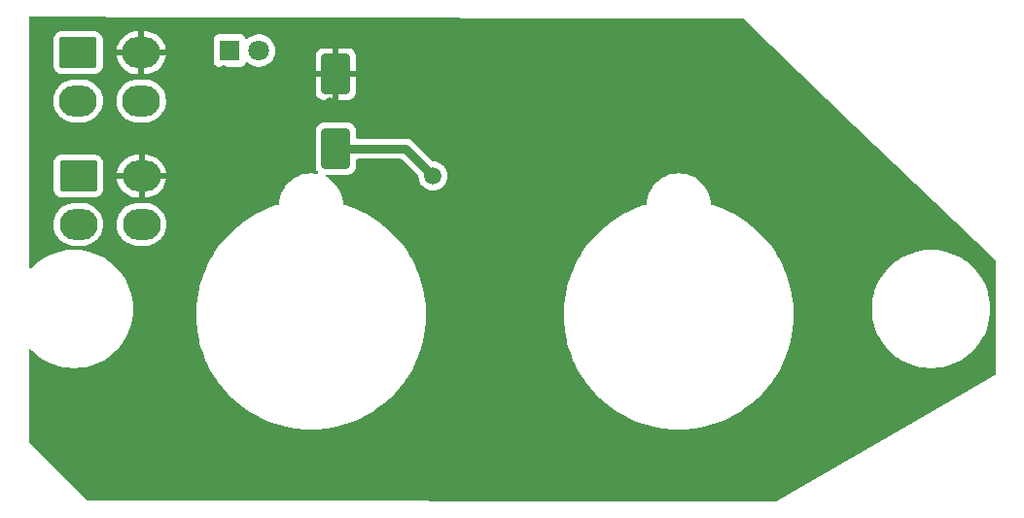
<source format=gbr>
%TF.GenerationSoftware,KiCad,Pcbnew,(6.0.9)*%
%TF.CreationDate,2023-03-29T17:42:22-08:00*%
%TF.ProjectId,ANT SEL PANEL,414e5420-5345-44c2-9050-414e454c2e6b,3*%
%TF.SameCoordinates,Original*%
%TF.FileFunction,Copper,L2,Bot*%
%TF.FilePolarity,Positive*%
%FSLAX46Y46*%
G04 Gerber Fmt 4.6, Leading zero omitted, Abs format (unit mm)*
G04 Created by KiCad (PCBNEW (6.0.9)) date 2023-03-29 17:42:22*
%MOMM*%
%LPD*%
G01*
G04 APERTURE LIST*
G04 Aperture macros list*
%AMRoundRect*
0 Rectangle with rounded corners*
0 $1 Rounding radius*
0 $2 $3 $4 $5 $6 $7 $8 $9 X,Y pos of 4 corners*
0 Add a 4 corners polygon primitive as box body*
4,1,4,$2,$3,$4,$5,$6,$7,$8,$9,$2,$3,0*
0 Add four circle primitives for the rounded corners*
1,1,$1+$1,$2,$3*
1,1,$1+$1,$4,$5*
1,1,$1+$1,$6,$7*
1,1,$1+$1,$8,$9*
0 Add four rect primitives between the rounded corners*
20,1,$1+$1,$2,$3,$4,$5,0*
20,1,$1+$1,$4,$5,$6,$7,0*
20,1,$1+$1,$6,$7,$8,$9,0*
20,1,$1+$1,$8,$9,$2,$3,0*%
G04 Aperture macros list end*
%TA.AperFunction,SMDPad,CuDef*%
%ADD10RoundRect,0.250000X1.000000X-1.500000X1.000000X1.500000X-1.000000X1.500000X-1.000000X-1.500000X0*%
%TD*%
%TA.AperFunction,ComponentPad*%
%ADD11RoundRect,0.250001X-1.399999X1.099999X-1.399999X-1.099999X1.399999X-1.099999X1.399999X1.099999X0*%
%TD*%
%TA.AperFunction,ComponentPad*%
%ADD12O,3.300000X2.700000*%
%TD*%
%TA.AperFunction,ComponentPad*%
%ADD13R,1.800000X1.800000*%
%TD*%
%TA.AperFunction,ComponentPad*%
%ADD14C,1.800000*%
%TD*%
%TA.AperFunction,ViaPad*%
%ADD15C,0.800000*%
%TD*%
%TA.AperFunction,ViaPad*%
%ADD16C,1.500000*%
%TD*%
%TA.AperFunction,Conductor*%
%ADD17C,0.750000*%
%TD*%
G04 APERTURE END LIST*
D10*
%TO.P,C1,1*%
%TO.N,/LED+5V*%
X104850000Y-50300000D03*
%TO.P,C1,2*%
%TO.N,/LEDGND*%
X104850000Y-43800000D03*
%TD*%
D11*
%TO.P,J1,1,Pin_1*%
%TO.N,/LED+5V*%
X82405220Y-41937940D03*
D12*
%TO.P,J1,2,Pin_2*%
X82405220Y-46137940D03*
%TO.P,J1,3,Pin_3*%
%TO.N,/LEDGND*%
X87905220Y-41937940D03*
%TO.P,J1,4,Pin_4*%
%TO.N,/DATAIN*%
X87905220Y-46137940D03*
%TD*%
D11*
%TO.P,J2,1,Pin_1*%
%TO.N,/LED+5V*%
X82430620Y-52689760D03*
D12*
%TO.P,J2,2,Pin_2*%
X82430620Y-56889760D03*
%TO.P,J2,3,Pin_3*%
%TO.N,/LEDGND*%
X87930620Y-52689760D03*
%TO.P,J2,4,Pin_4*%
%TO.N,/DATAOUT*%
X87930620Y-56889760D03*
%TD*%
D13*
%TO.P,D14,1,K*%
%TO.N,Net-(D14-Pad1)*%
X95610000Y-41750000D03*
D14*
%TO.P,D14,2,A*%
%TO.N,/LED+5V*%
X98150000Y-41750000D03*
%TD*%
D15*
%TO.N,/LEDGND*%
X95074740Y-43426380D03*
X138897360Y-50360580D03*
X104294940Y-46222920D03*
X127589280Y-44663360D03*
X127073660Y-51531520D03*
X144447260Y-56715660D03*
X133728460Y-78181200D03*
X97840800Y-46743620D03*
X93078300Y-72771000D03*
X120291860Y-44602400D03*
X112623600Y-44361100D03*
X112524240Y-47086820D03*
X144505680Y-76344780D03*
X101510200Y-78842500D03*
X110837980Y-77518260D03*
D16*
%TO.N,/LED+5V*%
X113309400Y-52677060D03*
%TD*%
D17*
%TO.N,/LED+5V*%
X113309400Y-52677060D02*
X113309400Y-52677060D01*
X104850000Y-50300000D02*
X104850000Y-50910560D01*
X110932340Y-50300000D02*
X113309400Y-52677060D01*
X104850000Y-50300000D02*
X110932340Y-50300000D01*
%TD*%
%TA.AperFunction,Conductor*%
%TO.N,/LEDGND*%
G36*
X91562860Y-38836271D02*
G01*
X140194902Y-38932994D01*
X140262982Y-38953132D01*
X140281800Y-38967993D01*
X150060644Y-48332928D01*
X162186196Y-59945242D01*
X162266649Y-60022290D01*
X162302013Y-60083853D01*
X162305500Y-60113291D01*
X162305500Y-69939814D01*
X162285498Y-70007935D01*
X162242227Y-70049090D01*
X154156514Y-74690500D01*
X143149810Y-81008634D01*
X143086979Y-81025358D01*
X83320087Y-80974921D01*
X83251984Y-80954861D01*
X83231302Y-80938219D01*
X78145608Y-75875633D01*
X78111441Y-75813399D01*
X78108500Y-75786335D01*
X78108500Y-67890664D01*
X78128502Y-67822543D01*
X78182158Y-67776050D01*
X78252432Y-67765946D01*
X78317012Y-67795440D01*
X78327394Y-67805538D01*
X78415048Y-67901195D01*
X78417068Y-67903046D01*
X78744613Y-68203185D01*
X78744621Y-68203192D01*
X78746649Y-68205050D01*
X78748841Y-68206732D01*
X79101290Y-68477177D01*
X79101302Y-68477185D01*
X79103470Y-68478849D01*
X79482797Y-68720507D01*
X79881742Y-68928184D01*
X80297269Y-69100302D01*
X80570632Y-69186493D01*
X80723593Y-69234721D01*
X80723600Y-69234723D01*
X80726217Y-69235548D01*
X80728902Y-69236143D01*
X80728901Y-69236143D01*
X81162621Y-69332297D01*
X81162624Y-69332298D01*
X81165319Y-69332895D01*
X81168049Y-69333254D01*
X81168058Y-69333256D01*
X81388277Y-69362248D01*
X81611235Y-69391601D01*
X81880026Y-69403336D01*
X81943618Y-69406113D01*
X81943623Y-69406113D01*
X81944995Y-69406173D01*
X82176145Y-69406173D01*
X82177517Y-69406113D01*
X82177522Y-69406113D01*
X82241114Y-69403336D01*
X82509905Y-69391601D01*
X82732863Y-69362248D01*
X82953082Y-69333256D01*
X82953091Y-69333254D01*
X82955821Y-69332895D01*
X82958516Y-69332298D01*
X82958519Y-69332297D01*
X83392239Y-69236143D01*
X83392238Y-69236143D01*
X83394923Y-69235548D01*
X83397540Y-69234723D01*
X83397547Y-69234721D01*
X83550508Y-69186493D01*
X83823871Y-69100302D01*
X84239398Y-68928184D01*
X84638343Y-68720507D01*
X85017670Y-68478849D01*
X85019838Y-68477185D01*
X85019850Y-68477177D01*
X85372299Y-68206732D01*
X85374491Y-68205050D01*
X85376519Y-68203192D01*
X85376527Y-68203185D01*
X85704072Y-67903046D01*
X85706092Y-67901195D01*
X85715742Y-67890664D01*
X86008082Y-67571630D01*
X86008089Y-67571622D01*
X86009947Y-67569594D01*
X86012640Y-67566084D01*
X86282074Y-67214953D01*
X86282082Y-67214941D01*
X86283746Y-67212773D01*
X86525404Y-66833446D01*
X86733081Y-66434501D01*
X86905199Y-66018974D01*
X87040445Y-65590026D01*
X87137792Y-65150924D01*
X87188775Y-64763673D01*
X92692533Y-64763673D01*
X92712277Y-65391926D01*
X92771430Y-66017699D01*
X92869759Y-66638524D01*
X92938317Y-66945237D01*
X92997601Y-67210458D01*
X93006875Y-67251949D01*
X93007429Y-67253855D01*
X93007429Y-67253856D01*
X93167709Y-67805540D01*
X93182239Y-67855554D01*
X93182902Y-67857395D01*
X93182907Y-67857411D01*
X93394488Y-68445099D01*
X93395157Y-68446957D01*
X93395940Y-68448766D01*
X93395941Y-68448769D01*
X93514084Y-68721781D01*
X93644789Y-69023823D01*
X93930151Y-69583877D01*
X94250116Y-70124908D01*
X94251225Y-70126540D01*
X94251227Y-70126543D01*
X94476078Y-70457400D01*
X94603421Y-70644780D01*
X94604627Y-70646335D01*
X94604633Y-70646343D01*
X94874622Y-70994411D01*
X94988671Y-71141442D01*
X95404347Y-71612934D01*
X95848809Y-72057396D01*
X96320301Y-72473072D01*
X96816963Y-72858322D01*
X97336835Y-73211627D01*
X97877866Y-73531592D01*
X98437920Y-73816954D01*
X99014786Y-74066586D01*
X99016642Y-74067254D01*
X99016644Y-74067255D01*
X99604332Y-74278836D01*
X99604348Y-74278841D01*
X99606189Y-74279504D01*
X99608071Y-74280051D01*
X99608084Y-74280055D01*
X100207887Y-74454314D01*
X100209794Y-74454868D01*
X100211714Y-74455297D01*
X100211725Y-74455300D01*
X100516507Y-74523426D01*
X100823219Y-74591984D01*
X100825175Y-74592294D01*
X100825176Y-74592294D01*
X101442085Y-74690003D01*
X101442094Y-74690004D01*
X101444044Y-74690313D01*
X101446013Y-74690499D01*
X101446020Y-74690500D01*
X102067866Y-74749282D01*
X102067879Y-74749283D01*
X102069817Y-74749466D01*
X102071762Y-74749527D01*
X102071776Y-74749528D01*
X102350614Y-74758291D01*
X102537793Y-74764173D01*
X102858347Y-74764173D01*
X103045526Y-74758291D01*
X103324364Y-74749528D01*
X103324378Y-74749527D01*
X103326323Y-74749466D01*
X103328261Y-74749283D01*
X103328274Y-74749282D01*
X103950120Y-74690500D01*
X103950127Y-74690499D01*
X103952096Y-74690313D01*
X103954046Y-74690004D01*
X103954055Y-74690003D01*
X104570964Y-74592294D01*
X104570965Y-74592294D01*
X104572921Y-74591984D01*
X104879633Y-74523426D01*
X105184415Y-74455300D01*
X105184426Y-74455297D01*
X105186346Y-74454868D01*
X105188253Y-74454314D01*
X105788056Y-74280055D01*
X105788069Y-74280051D01*
X105789951Y-74279504D01*
X105791792Y-74278841D01*
X105791808Y-74278836D01*
X106379496Y-74067255D01*
X106379498Y-74067254D01*
X106381354Y-74066586D01*
X106958220Y-73816954D01*
X107518274Y-73531592D01*
X108059305Y-73211627D01*
X108579177Y-72858322D01*
X109075839Y-72473072D01*
X109547331Y-72057396D01*
X109991793Y-71612934D01*
X110407469Y-71141442D01*
X110521518Y-70994411D01*
X110791507Y-70646343D01*
X110791513Y-70646335D01*
X110792719Y-70644780D01*
X110920063Y-70457400D01*
X111144913Y-70126543D01*
X111144915Y-70126540D01*
X111146024Y-70124908D01*
X111465989Y-69583877D01*
X111751351Y-69023823D01*
X111882056Y-68721781D01*
X112000199Y-68448769D01*
X112000200Y-68448766D01*
X112000983Y-68446957D01*
X112001652Y-68445099D01*
X112213233Y-67857411D01*
X112213238Y-67857395D01*
X112213901Y-67855554D01*
X112228432Y-67805540D01*
X112388711Y-67253856D01*
X112388711Y-67253855D01*
X112389265Y-67251949D01*
X112398540Y-67210458D01*
X112457823Y-66945237D01*
X112526381Y-66638524D01*
X112624710Y-66017699D01*
X112683863Y-65391926D01*
X112703607Y-64763673D01*
X124696533Y-64763673D01*
X124716277Y-65391926D01*
X124775430Y-66017699D01*
X124873759Y-66638524D01*
X124942317Y-66945237D01*
X125001601Y-67210458D01*
X125010875Y-67251949D01*
X125011429Y-67253855D01*
X125011429Y-67253856D01*
X125171709Y-67805540D01*
X125186239Y-67855554D01*
X125186902Y-67857395D01*
X125186907Y-67857411D01*
X125398488Y-68445099D01*
X125399157Y-68446957D01*
X125399940Y-68448766D01*
X125399941Y-68448769D01*
X125518084Y-68721781D01*
X125648789Y-69023823D01*
X125934151Y-69583877D01*
X126254116Y-70124908D01*
X126255225Y-70126540D01*
X126255227Y-70126543D01*
X126480078Y-70457400D01*
X126607421Y-70644780D01*
X126608627Y-70646335D01*
X126608633Y-70646343D01*
X126878622Y-70994411D01*
X126992671Y-71141442D01*
X127408347Y-71612934D01*
X127852809Y-72057396D01*
X128324301Y-72473072D01*
X128820963Y-72858322D01*
X129340835Y-73211627D01*
X129881866Y-73531592D01*
X130441920Y-73816954D01*
X131018786Y-74066586D01*
X131020642Y-74067254D01*
X131020644Y-74067255D01*
X131608332Y-74278836D01*
X131608348Y-74278841D01*
X131610189Y-74279504D01*
X131612071Y-74280051D01*
X131612084Y-74280055D01*
X132211887Y-74454314D01*
X132213794Y-74454868D01*
X132215714Y-74455297D01*
X132215725Y-74455300D01*
X132520507Y-74523426D01*
X132827219Y-74591984D01*
X132829175Y-74592294D01*
X132829176Y-74592294D01*
X133446085Y-74690003D01*
X133446094Y-74690004D01*
X133448044Y-74690313D01*
X133450013Y-74690499D01*
X133450020Y-74690500D01*
X134071866Y-74749282D01*
X134071879Y-74749283D01*
X134073817Y-74749466D01*
X134075762Y-74749527D01*
X134075776Y-74749528D01*
X134354614Y-74758291D01*
X134541793Y-74764173D01*
X134862347Y-74764173D01*
X135049526Y-74758291D01*
X135328364Y-74749528D01*
X135328378Y-74749527D01*
X135330323Y-74749466D01*
X135332261Y-74749283D01*
X135332274Y-74749282D01*
X135954120Y-74690500D01*
X135954127Y-74690499D01*
X135956096Y-74690313D01*
X135958046Y-74690004D01*
X135958055Y-74690003D01*
X136574964Y-74592294D01*
X136574965Y-74592294D01*
X136576921Y-74591984D01*
X136883633Y-74523426D01*
X137188415Y-74455300D01*
X137188426Y-74455297D01*
X137190346Y-74454868D01*
X137192253Y-74454314D01*
X137792056Y-74280055D01*
X137792069Y-74280051D01*
X137793951Y-74279504D01*
X137795792Y-74278841D01*
X137795808Y-74278836D01*
X138383496Y-74067255D01*
X138383498Y-74067254D01*
X138385354Y-74066586D01*
X138962220Y-73816954D01*
X139522274Y-73531592D01*
X140063305Y-73211627D01*
X140583177Y-72858322D01*
X141079839Y-72473072D01*
X141551331Y-72057396D01*
X141995793Y-71612934D01*
X142411469Y-71141442D01*
X142525518Y-70994411D01*
X142795507Y-70646343D01*
X142795513Y-70646335D01*
X142796719Y-70644780D01*
X142924063Y-70457400D01*
X143148913Y-70126543D01*
X143148915Y-70126540D01*
X143150024Y-70124908D01*
X143469989Y-69583877D01*
X143755351Y-69023823D01*
X143886056Y-68721781D01*
X144004199Y-68448769D01*
X144004200Y-68448766D01*
X144004983Y-68446957D01*
X144005652Y-68445099D01*
X144217233Y-67857411D01*
X144217238Y-67857395D01*
X144217901Y-67855554D01*
X144232432Y-67805540D01*
X144392711Y-67253856D01*
X144392711Y-67253855D01*
X144393265Y-67251949D01*
X144402540Y-67210458D01*
X144461823Y-66945237D01*
X144530381Y-66638524D01*
X144628710Y-66017699D01*
X144687863Y-65391926D01*
X144707607Y-64763673D01*
X144691729Y-64258422D01*
X144691643Y-64255673D01*
X151517524Y-64255673D01*
X151537142Y-64705008D01*
X151595848Y-65150924D01*
X151693195Y-65590026D01*
X151828441Y-66018974D01*
X152000559Y-66434501D01*
X152208236Y-66833446D01*
X152449894Y-67212773D01*
X152451558Y-67214941D01*
X152451566Y-67214953D01*
X152721000Y-67566084D01*
X152723693Y-67569594D01*
X152725551Y-67571622D01*
X152725558Y-67571630D01*
X153017898Y-67890664D01*
X153027548Y-67901195D01*
X153029568Y-67903046D01*
X153357113Y-68203185D01*
X153357121Y-68203192D01*
X153359149Y-68205050D01*
X153361341Y-68206732D01*
X153713790Y-68477177D01*
X153713802Y-68477185D01*
X153715970Y-68478849D01*
X154095297Y-68720507D01*
X154494242Y-68928184D01*
X154909769Y-69100302D01*
X155183132Y-69186493D01*
X155336093Y-69234721D01*
X155336100Y-69234723D01*
X155338717Y-69235548D01*
X155341402Y-69236143D01*
X155341401Y-69236143D01*
X155775121Y-69332297D01*
X155775124Y-69332298D01*
X155777819Y-69332895D01*
X155780549Y-69333254D01*
X155780558Y-69333256D01*
X156000777Y-69362248D01*
X156223735Y-69391601D01*
X156492526Y-69403336D01*
X156556118Y-69406113D01*
X156556123Y-69406113D01*
X156557495Y-69406173D01*
X156788645Y-69406173D01*
X156790017Y-69406113D01*
X156790022Y-69406113D01*
X156853614Y-69403336D01*
X157122405Y-69391601D01*
X157345363Y-69362248D01*
X157565582Y-69333256D01*
X157565591Y-69333254D01*
X157568321Y-69332895D01*
X157571016Y-69332298D01*
X157571019Y-69332297D01*
X158004739Y-69236143D01*
X158004738Y-69236143D01*
X158007423Y-69235548D01*
X158010040Y-69234723D01*
X158010047Y-69234721D01*
X158163008Y-69186493D01*
X158436371Y-69100302D01*
X158851898Y-68928184D01*
X159250843Y-68720507D01*
X159630170Y-68478849D01*
X159632338Y-68477185D01*
X159632350Y-68477177D01*
X159984799Y-68206732D01*
X159986991Y-68205050D01*
X159989019Y-68203192D01*
X159989027Y-68203185D01*
X160316572Y-67903046D01*
X160318592Y-67901195D01*
X160328242Y-67890664D01*
X160620582Y-67571630D01*
X160620589Y-67571622D01*
X160622447Y-67569594D01*
X160625140Y-67566084D01*
X160894574Y-67214953D01*
X160894582Y-67214941D01*
X160896246Y-67212773D01*
X161137904Y-66833446D01*
X161345581Y-66434501D01*
X161517699Y-66018974D01*
X161652945Y-65590026D01*
X161750292Y-65150924D01*
X161808998Y-64705008D01*
X161828616Y-64255673D01*
X161808998Y-63806338D01*
X161750292Y-63360422D01*
X161652945Y-62921320D01*
X161642699Y-62888822D01*
X161603890Y-62765735D01*
X161517699Y-62492372D01*
X161345581Y-62076845D01*
X161137904Y-61677900D01*
X160896246Y-61298573D01*
X160894582Y-61296405D01*
X160894574Y-61296393D01*
X160624129Y-60943944D01*
X160622447Y-60941752D01*
X160620589Y-60939724D01*
X160620582Y-60939716D01*
X160320443Y-60612171D01*
X160318592Y-60610151D01*
X160316572Y-60608300D01*
X159989027Y-60308161D01*
X159989019Y-60308154D01*
X159986991Y-60306296D01*
X159735463Y-60113291D01*
X159632350Y-60034169D01*
X159632338Y-60034161D01*
X159630170Y-60032497D01*
X159250843Y-59790839D01*
X158851898Y-59583162D01*
X158436371Y-59411044D01*
X158163008Y-59324853D01*
X158010047Y-59276625D01*
X158010040Y-59276623D01*
X158007423Y-59275798D01*
X157923445Y-59257180D01*
X157571019Y-59179049D01*
X157571016Y-59179048D01*
X157568321Y-59178451D01*
X157565591Y-59178092D01*
X157565582Y-59178090D01*
X157345363Y-59149098D01*
X157122405Y-59119745D01*
X156853614Y-59108010D01*
X156790022Y-59105233D01*
X156790017Y-59105233D01*
X156788645Y-59105173D01*
X156557495Y-59105173D01*
X156556123Y-59105233D01*
X156556118Y-59105233D01*
X156492526Y-59108010D01*
X156223735Y-59119745D01*
X156000777Y-59149098D01*
X155780558Y-59178090D01*
X155780549Y-59178092D01*
X155777819Y-59178451D01*
X155775124Y-59179048D01*
X155775121Y-59179049D01*
X155422695Y-59257180D01*
X155338717Y-59275798D01*
X155336100Y-59276623D01*
X155336093Y-59276625D01*
X155183132Y-59324853D01*
X154909769Y-59411044D01*
X154494242Y-59583162D01*
X154095297Y-59790839D01*
X153715970Y-60032497D01*
X153713802Y-60034161D01*
X153713790Y-60034169D01*
X153610677Y-60113291D01*
X153359149Y-60306296D01*
X153357121Y-60308154D01*
X153357113Y-60308161D01*
X153029568Y-60608300D01*
X153027548Y-60610151D01*
X153025697Y-60612171D01*
X152725558Y-60939716D01*
X152725551Y-60939724D01*
X152723693Y-60941752D01*
X152722011Y-60943944D01*
X152451566Y-61296393D01*
X152451558Y-61296405D01*
X152449894Y-61298573D01*
X152208236Y-61677900D01*
X152000559Y-62076845D01*
X151828441Y-62492372D01*
X151742250Y-62765735D01*
X151703442Y-62888822D01*
X151693195Y-62921320D01*
X151595848Y-63360422D01*
X151537142Y-63806338D01*
X151517524Y-64255673D01*
X144691643Y-64255673D01*
X144687925Y-64137379D01*
X144687924Y-64137365D01*
X144687863Y-64135420D01*
X144657017Y-63809098D01*
X144628897Y-63511623D01*
X144628896Y-63511616D01*
X144628710Y-63509647D01*
X144530381Y-62888822D01*
X144442352Y-62495000D01*
X144393697Y-62277328D01*
X144393694Y-62277317D01*
X144393265Y-62275397D01*
X144219676Y-61677900D01*
X144218452Y-61673687D01*
X144218448Y-61673674D01*
X144217901Y-61671792D01*
X144217238Y-61669951D01*
X144217233Y-61669935D01*
X144005652Y-61082247D01*
X144005651Y-61082245D01*
X144004983Y-61080389D01*
X143944990Y-60941752D01*
X143756133Y-60505330D01*
X143756132Y-60505329D01*
X143755351Y-60503523D01*
X143469989Y-59943469D01*
X143254693Y-59579424D01*
X143151036Y-59404149D01*
X143151034Y-59404146D01*
X143150024Y-59402438D01*
X143148913Y-59400803D01*
X142797831Y-58884202D01*
X142797828Y-58884198D01*
X142796719Y-58882566D01*
X142411469Y-58385904D01*
X141995793Y-57914412D01*
X141551331Y-57469950D01*
X141079839Y-57054274D01*
X140583177Y-56669024D01*
X140567233Y-56658188D01*
X140064940Y-56316830D01*
X140064937Y-56316828D01*
X140063305Y-56315719D01*
X139522274Y-55995754D01*
X138962220Y-55710392D01*
X138462405Y-55494103D01*
X138387166Y-55461544D01*
X138387163Y-55461543D01*
X138385354Y-55460760D01*
X138383496Y-55460091D01*
X137795808Y-55248510D01*
X137795792Y-55248505D01*
X137793951Y-55247842D01*
X137574189Y-55183995D01*
X137514355Y-55145783D01*
X137484677Y-55081287D01*
X137483533Y-55069923D01*
X137481414Y-55031425D01*
X137475162Y-54917815D01*
X137416531Y-54586989D01*
X137415429Y-54583373D01*
X137415427Y-54583365D01*
X137319685Y-54269226D01*
X137319682Y-54269219D01*
X137318580Y-54265602D01*
X137182728Y-53958310D01*
X137180792Y-53955056D01*
X137180789Y-53955050D01*
X137012881Y-53672824D01*
X137012880Y-53672823D01*
X137010942Y-53669565D01*
X136994844Y-53648698D01*
X136808034Y-53406559D01*
X136805712Y-53403549D01*
X136803053Y-53400848D01*
X136803047Y-53400841D01*
X136572676Y-53166823D01*
X136572674Y-53166821D01*
X136570010Y-53164115D01*
X136307251Y-52954732D01*
X136021239Y-52778432D01*
X135716120Y-52637770D01*
X135712520Y-52636611D01*
X135712513Y-52636608D01*
X135399920Y-52535945D01*
X135399917Y-52535944D01*
X135396311Y-52534783D01*
X135392595Y-52534064D01*
X135392587Y-52534062D01*
X135070164Y-52471681D01*
X135070158Y-52471680D01*
X135066446Y-52470962D01*
X135062670Y-52470695D01*
X135062665Y-52470694D01*
X134956337Y-52463166D01*
X134801074Y-52452173D01*
X134617592Y-52452173D01*
X134615725Y-52452286D01*
X134615710Y-52452286D01*
X134370475Y-52467071D01*
X134370471Y-52467071D01*
X134366697Y-52467299D01*
X134362979Y-52467978D01*
X134362971Y-52467979D01*
X134141261Y-52508470D01*
X134036182Y-52527661D01*
X133715312Y-52627294D01*
X133711847Y-52628848D01*
X133711846Y-52628848D01*
X133694539Y-52636608D01*
X133408736Y-52764753D01*
X133120894Y-52938048D01*
X133117910Y-52940375D01*
X133117903Y-52940380D01*
X132858951Y-53142332D01*
X132855956Y-53144668D01*
X132617760Y-53381621D01*
X132409756Y-53645473D01*
X132407793Y-53648694D01*
X132407791Y-53648698D01*
X132333213Y-53771116D01*
X132234956Y-53932403D01*
X132233390Y-53935847D01*
X132233388Y-53935851D01*
X132097462Y-54234804D01*
X132097459Y-54234811D01*
X132095893Y-54238256D01*
X131994582Y-54558599D01*
X131932490Y-54888794D01*
X131923142Y-55031425D01*
X131920532Y-55071238D01*
X131896118Y-55137904D01*
X131839536Y-55180789D01*
X131829955Y-55183994D01*
X131612084Y-55247291D01*
X131612071Y-55247295D01*
X131610189Y-55247842D01*
X131608348Y-55248505D01*
X131608332Y-55248510D01*
X131020644Y-55460091D01*
X131018786Y-55460760D01*
X131016977Y-55461543D01*
X131016974Y-55461544D01*
X130941735Y-55494103D01*
X130441920Y-55710392D01*
X129881866Y-55995754D01*
X129340835Y-56315719D01*
X129339203Y-56316828D01*
X129339200Y-56316830D01*
X128836908Y-56658188D01*
X128820963Y-56669024D01*
X128324301Y-57054274D01*
X127852809Y-57469950D01*
X127408347Y-57914412D01*
X126992671Y-58385904D01*
X126607421Y-58882566D01*
X126606312Y-58884198D01*
X126606309Y-58884202D01*
X126255227Y-59400803D01*
X126254116Y-59402438D01*
X126253106Y-59404146D01*
X126253104Y-59404149D01*
X126149447Y-59579424D01*
X125934151Y-59943469D01*
X125648789Y-60503523D01*
X125648008Y-60505329D01*
X125648007Y-60505330D01*
X125459151Y-60941752D01*
X125399157Y-61080389D01*
X125398489Y-61082245D01*
X125398488Y-61082247D01*
X125186907Y-61669935D01*
X125186902Y-61669951D01*
X125186239Y-61671792D01*
X125185692Y-61673674D01*
X125185688Y-61673687D01*
X125184464Y-61677900D01*
X125010875Y-62275397D01*
X125010446Y-62277317D01*
X125010443Y-62277328D01*
X124961788Y-62495000D01*
X124873759Y-62888822D01*
X124775430Y-63509647D01*
X124775244Y-63511616D01*
X124775243Y-63511623D01*
X124747124Y-63809098D01*
X124716277Y-64135420D01*
X124716216Y-64137365D01*
X124716215Y-64137379D01*
X124712411Y-64258422D01*
X124696533Y-64763673D01*
X112703607Y-64763673D01*
X112687729Y-64258422D01*
X112683925Y-64137379D01*
X112683924Y-64137365D01*
X112683863Y-64135420D01*
X112653017Y-63809098D01*
X112624897Y-63511623D01*
X112624896Y-63511616D01*
X112624710Y-63509647D01*
X112526381Y-62888822D01*
X112438352Y-62495000D01*
X112389697Y-62277328D01*
X112389694Y-62277317D01*
X112389265Y-62275397D01*
X112215676Y-61677900D01*
X112214452Y-61673687D01*
X112214448Y-61673674D01*
X112213901Y-61671792D01*
X112213238Y-61669951D01*
X112213233Y-61669935D01*
X112001652Y-61082247D01*
X112001651Y-61082245D01*
X112000983Y-61080389D01*
X111940990Y-60941752D01*
X111752133Y-60505330D01*
X111752132Y-60505329D01*
X111751351Y-60503523D01*
X111465989Y-59943469D01*
X111250693Y-59579424D01*
X111147036Y-59404149D01*
X111147034Y-59404146D01*
X111146024Y-59402438D01*
X111144913Y-59400803D01*
X110793831Y-58884202D01*
X110793828Y-58884198D01*
X110792719Y-58882566D01*
X110407469Y-58385904D01*
X109991793Y-57914412D01*
X109547331Y-57469950D01*
X109075839Y-57054274D01*
X108579177Y-56669024D01*
X108563233Y-56658188D01*
X108060940Y-56316830D01*
X108060937Y-56316828D01*
X108059305Y-56315719D01*
X107518274Y-55995754D01*
X106958220Y-55710392D01*
X106458405Y-55494103D01*
X106383166Y-55461544D01*
X106383163Y-55461543D01*
X106381354Y-55460760D01*
X106379496Y-55460091D01*
X105791808Y-55248510D01*
X105791792Y-55248505D01*
X105789951Y-55247842D01*
X105570189Y-55183995D01*
X105510355Y-55145783D01*
X105480677Y-55081287D01*
X105479533Y-55069923D01*
X105477414Y-55031425D01*
X105471162Y-54917815D01*
X105412531Y-54586989D01*
X105411429Y-54583373D01*
X105411427Y-54583365D01*
X105315685Y-54269226D01*
X105315682Y-54269219D01*
X105314580Y-54265602D01*
X105178728Y-53958310D01*
X105176792Y-53955056D01*
X105176789Y-53955050D01*
X105008881Y-53672824D01*
X105008880Y-53672823D01*
X105006942Y-53669565D01*
X104990844Y-53648698D01*
X104804034Y-53406559D01*
X104801712Y-53403549D01*
X104799053Y-53400848D01*
X104799047Y-53400841D01*
X104568676Y-53166823D01*
X104568674Y-53166821D01*
X104566010Y-53164115D01*
X104303251Y-52954732D01*
X104038861Y-52791760D01*
X103991368Y-52738988D01*
X103979944Y-52668916D01*
X104008218Y-52603792D01*
X104067212Y-52564293D01*
X104104977Y-52558500D01*
X105900400Y-52558500D01*
X105903646Y-52558163D01*
X105903650Y-52558163D01*
X105999308Y-52548238D01*
X105999312Y-52548237D01*
X106006166Y-52547526D01*
X106012702Y-52545345D01*
X106012704Y-52545345D01*
X106166998Y-52493868D01*
X106173946Y-52491550D01*
X106324348Y-52398478D01*
X106449305Y-52273303D01*
X106453146Y-52267072D01*
X106538275Y-52128968D01*
X106538276Y-52128966D01*
X106542115Y-52122738D01*
X106597797Y-51954861D01*
X106608500Y-51850400D01*
X106608500Y-51309500D01*
X106628502Y-51241379D01*
X106682158Y-51194886D01*
X106734500Y-51183500D01*
X110514192Y-51183500D01*
X110582313Y-51203502D01*
X110603287Y-51220405D01*
X112012336Y-52629454D01*
X112046362Y-52691766D01*
X112048762Y-52707568D01*
X112065285Y-52896431D01*
X112122280Y-53109136D01*
X112147917Y-53164115D01*
X112213018Y-53303726D01*
X112213021Y-53303731D01*
X112215344Y-53308713D01*
X112218500Y-53313220D01*
X112218501Y-53313222D01*
X112307019Y-53439638D01*
X112341651Y-53489098D01*
X112497362Y-53644809D01*
X112677746Y-53771116D01*
X112877324Y-53864180D01*
X113090029Y-53921175D01*
X113309400Y-53940367D01*
X113528771Y-53921175D01*
X113741476Y-53864180D01*
X113941054Y-53771116D01*
X114121438Y-53644809D01*
X114277149Y-53489098D01*
X114311782Y-53439638D01*
X114400299Y-53313222D01*
X114400300Y-53313220D01*
X114403456Y-53308713D01*
X114405779Y-53303731D01*
X114405782Y-53303726D01*
X114470883Y-53164115D01*
X114496520Y-53109136D01*
X114553515Y-52896431D01*
X114572707Y-52677060D01*
X114553515Y-52457689D01*
X114496520Y-52244984D01*
X114438986Y-52121602D01*
X114405782Y-52050394D01*
X114405779Y-52050389D01*
X114403456Y-52045407D01*
X114336167Y-51949308D01*
X114280308Y-51869533D01*
X114280306Y-51869530D01*
X114277149Y-51865022D01*
X114121438Y-51709311D01*
X113941054Y-51583004D01*
X113741476Y-51489940D01*
X113528771Y-51432945D01*
X113339908Y-51416422D01*
X113273789Y-51390559D01*
X113261794Y-51379996D01*
X111613252Y-49731454D01*
X111600415Y-49716426D01*
X111592525Y-49705566D01*
X111543156Y-49661114D01*
X111538371Y-49656573D01*
X111524326Y-49642528D01*
X111521749Y-49640441D01*
X111508894Y-49630031D01*
X111503878Y-49625747D01*
X111459420Y-49585717D01*
X111459415Y-49585713D01*
X111454509Y-49581296D01*
X111442892Y-49574589D01*
X111426599Y-49563391D01*
X111421311Y-49559109D01*
X111416179Y-49554953D01*
X111356977Y-49524787D01*
X111351207Y-49521654D01*
X111299395Y-49491740D01*
X111299390Y-49491738D01*
X111293671Y-49488436D01*
X111287391Y-49486395D01*
X111287383Y-49486392D01*
X111280919Y-49484292D01*
X111262657Y-49476728D01*
X111256591Y-49473637D01*
X111256582Y-49473634D01*
X111250703Y-49470638D01*
X111240012Y-49467773D01*
X111186536Y-49453444D01*
X111180234Y-49451578D01*
X111117042Y-49431046D01*
X111103712Y-49429645D01*
X111084269Y-49426042D01*
X111071311Y-49422570D01*
X111064721Y-49422225D01*
X111064717Y-49422224D01*
X111020767Y-49419921D01*
X111004968Y-49419093D01*
X110998409Y-49418577D01*
X110978646Y-49416500D01*
X110958785Y-49416500D01*
X110952190Y-49416327D01*
X110892438Y-49413195D01*
X110892434Y-49413195D01*
X110885847Y-49412850D01*
X110872593Y-49414949D01*
X110852884Y-49416500D01*
X106734500Y-49416500D01*
X106666379Y-49396498D01*
X106619886Y-49342842D01*
X106608500Y-49290500D01*
X106608500Y-48749600D01*
X106597526Y-48643834D01*
X106541550Y-48476054D01*
X106448478Y-48325652D01*
X106323303Y-48200695D01*
X106317072Y-48196854D01*
X106178968Y-48111725D01*
X106178966Y-48111724D01*
X106172738Y-48107885D01*
X106012254Y-48054655D01*
X106011389Y-48054368D01*
X106011387Y-48054368D01*
X106004861Y-48052203D01*
X105998025Y-48051503D01*
X105998022Y-48051502D01*
X105954969Y-48047091D01*
X105900400Y-48041500D01*
X103799600Y-48041500D01*
X103796354Y-48041837D01*
X103796350Y-48041837D01*
X103700692Y-48051762D01*
X103700688Y-48051763D01*
X103693834Y-48052474D01*
X103687298Y-48054655D01*
X103687296Y-48054655D01*
X103555194Y-48098728D01*
X103526054Y-48108450D01*
X103375652Y-48201522D01*
X103250695Y-48326697D01*
X103157885Y-48477262D01*
X103102203Y-48645139D01*
X103091500Y-48749600D01*
X103091500Y-51850400D01*
X103091837Y-51853646D01*
X103091837Y-51853650D01*
X103101651Y-51948232D01*
X103102474Y-51956166D01*
X103158450Y-52123946D01*
X103251522Y-52274348D01*
X103256703Y-52279520D01*
X103259813Y-52283444D01*
X103286448Y-52349255D01*
X103273276Y-52419019D01*
X103224477Y-52470586D01*
X103155545Y-52487585D01*
X103137136Y-52485413D01*
X103062446Y-52470962D01*
X103058670Y-52470695D01*
X103058665Y-52470694D01*
X102952337Y-52463166D01*
X102797074Y-52452173D01*
X102613592Y-52452173D01*
X102611725Y-52452286D01*
X102611710Y-52452286D01*
X102366475Y-52467071D01*
X102366471Y-52467071D01*
X102362697Y-52467299D01*
X102358979Y-52467978D01*
X102358971Y-52467979D01*
X102137261Y-52508470D01*
X102032182Y-52527661D01*
X101711312Y-52627294D01*
X101707847Y-52628848D01*
X101707846Y-52628848D01*
X101690539Y-52636608D01*
X101404736Y-52764753D01*
X101116894Y-52938048D01*
X101113910Y-52940375D01*
X101113903Y-52940380D01*
X100854951Y-53142332D01*
X100851956Y-53144668D01*
X100613760Y-53381621D01*
X100405756Y-53645473D01*
X100403793Y-53648694D01*
X100403791Y-53648698D01*
X100329213Y-53771116D01*
X100230956Y-53932403D01*
X100229390Y-53935847D01*
X100229388Y-53935851D01*
X100093462Y-54234804D01*
X100093459Y-54234811D01*
X100091893Y-54238256D01*
X99990582Y-54558599D01*
X99928490Y-54888794D01*
X99919142Y-55031425D01*
X99916532Y-55071238D01*
X99892118Y-55137904D01*
X99835536Y-55180789D01*
X99825955Y-55183994D01*
X99608084Y-55247291D01*
X99608071Y-55247295D01*
X99606189Y-55247842D01*
X99604348Y-55248505D01*
X99604332Y-55248510D01*
X99016644Y-55460091D01*
X99014786Y-55460760D01*
X99012977Y-55461543D01*
X99012974Y-55461544D01*
X98937735Y-55494103D01*
X98437920Y-55710392D01*
X97877866Y-55995754D01*
X97336835Y-56315719D01*
X97335203Y-56316828D01*
X97335200Y-56316830D01*
X96832908Y-56658188D01*
X96816963Y-56669024D01*
X96320301Y-57054274D01*
X95848809Y-57469950D01*
X95404347Y-57914412D01*
X94988671Y-58385904D01*
X94603421Y-58882566D01*
X94602312Y-58884198D01*
X94602309Y-58884202D01*
X94251227Y-59400803D01*
X94250116Y-59402438D01*
X94249106Y-59404146D01*
X94249104Y-59404149D01*
X94145447Y-59579424D01*
X93930151Y-59943469D01*
X93644789Y-60503523D01*
X93644008Y-60505329D01*
X93644007Y-60505330D01*
X93455151Y-60941752D01*
X93395157Y-61080389D01*
X93394489Y-61082245D01*
X93394488Y-61082247D01*
X93182907Y-61669935D01*
X93182902Y-61669951D01*
X93182239Y-61671792D01*
X93181692Y-61673674D01*
X93181688Y-61673687D01*
X93180464Y-61677900D01*
X93006875Y-62275397D01*
X93006446Y-62277317D01*
X93006443Y-62277328D01*
X92957788Y-62495000D01*
X92869759Y-62888822D01*
X92771430Y-63509647D01*
X92771244Y-63511616D01*
X92771243Y-63511623D01*
X92743124Y-63809098D01*
X92712277Y-64135420D01*
X92712216Y-64137365D01*
X92712215Y-64137379D01*
X92708411Y-64258422D01*
X92692533Y-64763673D01*
X87188775Y-64763673D01*
X87196498Y-64705008D01*
X87216116Y-64255673D01*
X87196498Y-63806338D01*
X87137792Y-63360422D01*
X87040445Y-62921320D01*
X87030199Y-62888822D01*
X86991390Y-62765735D01*
X86905199Y-62492372D01*
X86733081Y-62076845D01*
X86525404Y-61677900D01*
X86283746Y-61298573D01*
X86282082Y-61296405D01*
X86282074Y-61296393D01*
X86011629Y-60943944D01*
X86009947Y-60941752D01*
X86008089Y-60939724D01*
X86008082Y-60939716D01*
X85707943Y-60612171D01*
X85706092Y-60610151D01*
X85704072Y-60608300D01*
X85376527Y-60308161D01*
X85376519Y-60308154D01*
X85374491Y-60306296D01*
X85122963Y-60113291D01*
X85019850Y-60034169D01*
X85019838Y-60034161D01*
X85017670Y-60032497D01*
X84638343Y-59790839D01*
X84239398Y-59583162D01*
X83823871Y-59411044D01*
X83550508Y-59324853D01*
X83397547Y-59276625D01*
X83397540Y-59276623D01*
X83394923Y-59275798D01*
X83310945Y-59257180D01*
X82958519Y-59179049D01*
X82958516Y-59179048D01*
X82955821Y-59178451D01*
X82953091Y-59178092D01*
X82953082Y-59178090D01*
X82732863Y-59149098D01*
X82509905Y-59119745D01*
X82241114Y-59108010D01*
X82177522Y-59105233D01*
X82177517Y-59105233D01*
X82176145Y-59105173D01*
X81944995Y-59105173D01*
X81943623Y-59105233D01*
X81943618Y-59105233D01*
X81880026Y-59108010D01*
X81611235Y-59119745D01*
X81388277Y-59149098D01*
X81168058Y-59178090D01*
X81168049Y-59178092D01*
X81165319Y-59178451D01*
X81162624Y-59179048D01*
X81162621Y-59179049D01*
X80810195Y-59257180D01*
X80726217Y-59275798D01*
X80723600Y-59276623D01*
X80723593Y-59276625D01*
X80570632Y-59324853D01*
X80297269Y-59411044D01*
X79881742Y-59583162D01*
X79482797Y-59790839D01*
X79103470Y-60032497D01*
X79101302Y-60034161D01*
X79101290Y-60034169D01*
X78998177Y-60113291D01*
X78746649Y-60306296D01*
X78744621Y-60308154D01*
X78744613Y-60308161D01*
X78417068Y-60608300D01*
X78415048Y-60610151D01*
X78332242Y-60700519D01*
X78327397Y-60705806D01*
X78266629Y-60742517D01*
X78195659Y-60740546D01*
X78137022Y-60700519D01*
X78109333Y-60635145D01*
X78108500Y-60620682D01*
X78108500Y-56932037D01*
X80267629Y-56932037D01*
X80293245Y-57200529D01*
X80294330Y-57204963D01*
X80294331Y-57204969D01*
X80356265Y-57458072D01*
X80357351Y-57462510D01*
X80458605Y-57712493D01*
X80594885Y-57945242D01*
X80597738Y-57948809D01*
X80715306Y-58095820D01*
X80763336Y-58155879D01*
X80960429Y-58339994D01*
X81182036Y-58493728D01*
X81186119Y-58495759D01*
X81186122Y-58495761D01*
X81301633Y-58553226D01*
X81423514Y-58613861D01*
X81427848Y-58615282D01*
X81427851Y-58615283D01*
X81675473Y-58696458D01*
X81675479Y-58696459D01*
X81679806Y-58697878D01*
X81684297Y-58698658D01*
X81684298Y-58698658D01*
X81941760Y-58743361D01*
X81941768Y-58743362D01*
X81945541Y-58744017D01*
X81949378Y-58744208D01*
X82029198Y-58748182D01*
X82029206Y-58748182D01*
X82030769Y-58748260D01*
X82799132Y-58748260D01*
X82801400Y-58748095D01*
X82801412Y-58748095D01*
X82932504Y-58738583D01*
X82999624Y-58733713D01*
X83004079Y-58732729D01*
X83004082Y-58732729D01*
X83258532Y-58676551D01*
X83258536Y-58676550D01*
X83262992Y-58675566D01*
X83389100Y-58627788D01*
X83510938Y-58581628D01*
X83510941Y-58581627D01*
X83515208Y-58580010D01*
X83750988Y-58449046D01*
X83965393Y-58285417D01*
X84153932Y-58092552D01*
X84312654Y-57874490D01*
X84395810Y-57716436D01*
X84436110Y-57639839D01*
X84436113Y-57639833D01*
X84438235Y-57635799D01*
X84500998Y-57458072D01*
X84526522Y-57385793D01*
X84526522Y-57385792D01*
X84528045Y-57381480D01*
X84580201Y-57116860D01*
X84580428Y-57112304D01*
X84589402Y-56932037D01*
X85767629Y-56932037D01*
X85793245Y-57200529D01*
X85794330Y-57204963D01*
X85794331Y-57204969D01*
X85856265Y-57458072D01*
X85857351Y-57462510D01*
X85958605Y-57712493D01*
X86094885Y-57945242D01*
X86097738Y-57948809D01*
X86215306Y-58095820D01*
X86263336Y-58155879D01*
X86460429Y-58339994D01*
X86682036Y-58493728D01*
X86686119Y-58495759D01*
X86686122Y-58495761D01*
X86801633Y-58553226D01*
X86923514Y-58613861D01*
X86927848Y-58615282D01*
X86927851Y-58615283D01*
X87175473Y-58696458D01*
X87175479Y-58696459D01*
X87179806Y-58697878D01*
X87184297Y-58698658D01*
X87184298Y-58698658D01*
X87441760Y-58743361D01*
X87441768Y-58743362D01*
X87445541Y-58744017D01*
X87449378Y-58744208D01*
X87529198Y-58748182D01*
X87529206Y-58748182D01*
X87530769Y-58748260D01*
X88299132Y-58748260D01*
X88301400Y-58748095D01*
X88301412Y-58748095D01*
X88432504Y-58738583D01*
X88499624Y-58733713D01*
X88504079Y-58732729D01*
X88504082Y-58732729D01*
X88758532Y-58676551D01*
X88758536Y-58676550D01*
X88762992Y-58675566D01*
X88889100Y-58627788D01*
X89010938Y-58581628D01*
X89010941Y-58581627D01*
X89015208Y-58580010D01*
X89250988Y-58449046D01*
X89465393Y-58285417D01*
X89653932Y-58092552D01*
X89812654Y-57874490D01*
X89895810Y-57716436D01*
X89936110Y-57639839D01*
X89936113Y-57639833D01*
X89938235Y-57635799D01*
X90000998Y-57458072D01*
X90026522Y-57385793D01*
X90026522Y-57385792D01*
X90028045Y-57381480D01*
X90080201Y-57116860D01*
X90080428Y-57112304D01*
X90093384Y-56852052D01*
X90093384Y-56852046D01*
X90093611Y-56847483D01*
X90067995Y-56578991D01*
X90022662Y-56393727D01*
X90004975Y-56321448D01*
X90003889Y-56317010D01*
X89902635Y-56067027D01*
X89766355Y-55834278D01*
X89648548Y-55686968D01*
X89600756Y-55627207D01*
X89600755Y-55627205D01*
X89597904Y-55623641D01*
X89400811Y-55439526D01*
X89179204Y-55285792D01*
X89175121Y-55283761D01*
X89175118Y-55283759D01*
X89010226Y-55201727D01*
X88937726Y-55165659D01*
X88933392Y-55164238D01*
X88933389Y-55164237D01*
X88685767Y-55083062D01*
X88685761Y-55083061D01*
X88681434Y-55081642D01*
X88676942Y-55080862D01*
X88419480Y-55036159D01*
X88419472Y-55036158D01*
X88415699Y-55035503D01*
X88404437Y-55034942D01*
X88332042Y-55031338D01*
X88332034Y-55031338D01*
X88330471Y-55031260D01*
X87562108Y-55031260D01*
X87559840Y-55031425D01*
X87559828Y-55031425D01*
X87428736Y-55040937D01*
X87361616Y-55045807D01*
X87357161Y-55046791D01*
X87357158Y-55046791D01*
X87102708Y-55102969D01*
X87102704Y-55102970D01*
X87098248Y-55103954D01*
X86987842Y-55145783D01*
X86850302Y-55197892D01*
X86850299Y-55197893D01*
X86846032Y-55199510D01*
X86610252Y-55330474D01*
X86395847Y-55494103D01*
X86207308Y-55686968D01*
X86048586Y-55905030D01*
X86046464Y-55909064D01*
X85925130Y-56139681D01*
X85925127Y-56139687D01*
X85923005Y-56143721D01*
X85921485Y-56148026D01*
X85921483Y-56148030D01*
X85834718Y-56393727D01*
X85833195Y-56398040D01*
X85781039Y-56662660D01*
X85780812Y-56667213D01*
X85780812Y-56667216D01*
X85771611Y-56852052D01*
X85767629Y-56932037D01*
X84589402Y-56932037D01*
X84593384Y-56852052D01*
X84593384Y-56852046D01*
X84593611Y-56847483D01*
X84567995Y-56578991D01*
X84522662Y-56393727D01*
X84504975Y-56321448D01*
X84503889Y-56317010D01*
X84402635Y-56067027D01*
X84266355Y-55834278D01*
X84148548Y-55686968D01*
X84100756Y-55627207D01*
X84100755Y-55627205D01*
X84097904Y-55623641D01*
X83900811Y-55439526D01*
X83679204Y-55285792D01*
X83675121Y-55283761D01*
X83675118Y-55283759D01*
X83510226Y-55201727D01*
X83437726Y-55165659D01*
X83433392Y-55164238D01*
X83433389Y-55164237D01*
X83185767Y-55083062D01*
X83185761Y-55083061D01*
X83181434Y-55081642D01*
X83176942Y-55080862D01*
X82919480Y-55036159D01*
X82919472Y-55036158D01*
X82915699Y-55035503D01*
X82904437Y-55034942D01*
X82832042Y-55031338D01*
X82832034Y-55031338D01*
X82830471Y-55031260D01*
X82062108Y-55031260D01*
X82059840Y-55031425D01*
X82059828Y-55031425D01*
X81928736Y-55040937D01*
X81861616Y-55045807D01*
X81857161Y-55046791D01*
X81857158Y-55046791D01*
X81602708Y-55102969D01*
X81602704Y-55102970D01*
X81598248Y-55103954D01*
X81487842Y-55145783D01*
X81350302Y-55197892D01*
X81350299Y-55197893D01*
X81346032Y-55199510D01*
X81110252Y-55330474D01*
X80895847Y-55494103D01*
X80707308Y-55686968D01*
X80548586Y-55905030D01*
X80546464Y-55909064D01*
X80425130Y-56139681D01*
X80425127Y-56139687D01*
X80423005Y-56143721D01*
X80421485Y-56148026D01*
X80421483Y-56148030D01*
X80334718Y-56393727D01*
X80333195Y-56398040D01*
X80281039Y-56662660D01*
X80280812Y-56667213D01*
X80280812Y-56667216D01*
X80271611Y-56852052D01*
X80267629Y-56932037D01*
X78108500Y-56932037D01*
X78108500Y-53840160D01*
X80272120Y-53840160D01*
X80272457Y-53843406D01*
X80272457Y-53843410D01*
X80282049Y-53935851D01*
X80283094Y-53945925D01*
X80339070Y-54113705D01*
X80432142Y-54264108D01*
X80557317Y-54389065D01*
X80563547Y-54392905D01*
X80563548Y-54392906D01*
X80700710Y-54477454D01*
X80707882Y-54481875D01*
X80757016Y-54498172D01*
X80869231Y-54535392D01*
X80869233Y-54535392D01*
X80875759Y-54537557D01*
X80882595Y-54538257D01*
X80882598Y-54538258D01*
X80925651Y-54542669D01*
X80980220Y-54548260D01*
X83881020Y-54548260D01*
X83884266Y-54547923D01*
X83884270Y-54547923D01*
X83979927Y-54537998D01*
X83979931Y-54537997D01*
X83986785Y-54537286D01*
X83993321Y-54535105D01*
X83993323Y-54535105D01*
X84125425Y-54491032D01*
X84154565Y-54481310D01*
X84304968Y-54388238D01*
X84429925Y-54263063D01*
X84447344Y-54234804D01*
X84518895Y-54118728D01*
X84518896Y-54118726D01*
X84522735Y-54112498D01*
X84575816Y-53952463D01*
X84576252Y-53951149D01*
X84576252Y-53951147D01*
X84578417Y-53944621D01*
X84589120Y-53840160D01*
X84589120Y-52960272D01*
X85789906Y-52960272D01*
X85793305Y-52995893D01*
X85794825Y-53004885D01*
X85856742Y-53257918D01*
X85859542Y-53266587D01*
X85957342Y-53508042D01*
X85961364Y-53516215D01*
X86092988Y-53741013D01*
X86098151Y-53748525D01*
X86260851Y-53951973D01*
X86267040Y-53958656D01*
X86457414Y-54136493D01*
X86464491Y-54142203D01*
X86678538Y-54290694D01*
X86686379Y-54295331D01*
X86919617Y-54411364D01*
X86928042Y-54414820D01*
X87175594Y-54495972D01*
X87184419Y-54498172D01*
X87441809Y-54542863D01*
X87449427Y-54543710D01*
X87529212Y-54547682D01*
X87532353Y-54547760D01*
X87658505Y-54547760D01*
X87673744Y-54543285D01*
X87674949Y-54541895D01*
X87676620Y-54534212D01*
X87676620Y-54529645D01*
X88184620Y-54529645D01*
X88189095Y-54544884D01*
X88190485Y-54546089D01*
X88198168Y-54547760D01*
X88296826Y-54547760D01*
X88301397Y-54547595D01*
X88495000Y-54533547D01*
X88504009Y-54532233D01*
X88758389Y-54476071D01*
X88767119Y-54473468D01*
X89010727Y-54381174D01*
X89018988Y-54377339D01*
X89246721Y-54250845D01*
X89254346Y-54245855D01*
X89461429Y-54087814D01*
X89468256Y-54081774D01*
X89650355Y-53895496D01*
X89656238Y-53888534D01*
X89809542Y-53677917D01*
X89814353Y-53670187D01*
X89935651Y-53439638D01*
X89939298Y-53431288D01*
X90026039Y-53185661D01*
X90028445Y-53176866D01*
X90070887Y-52961535D01*
X90069708Y-52948623D01*
X90054605Y-52943760D01*
X88202735Y-52943760D01*
X88187496Y-52948235D01*
X88186291Y-52949625D01*
X88184620Y-52957308D01*
X88184620Y-54529645D01*
X87676620Y-54529645D01*
X87676620Y-52961875D01*
X87672145Y-52946636D01*
X87670755Y-52945431D01*
X87663072Y-52943760D01*
X85806446Y-52943760D01*
X85791969Y-52948011D01*
X85789906Y-52960272D01*
X84589120Y-52960272D01*
X84589120Y-52417985D01*
X85790353Y-52417985D01*
X85791532Y-52430897D01*
X85806635Y-52435760D01*
X87658505Y-52435760D01*
X87673744Y-52431285D01*
X87674949Y-52429895D01*
X87676620Y-52422212D01*
X87676620Y-52417645D01*
X88184620Y-52417645D01*
X88189095Y-52432884D01*
X88190485Y-52434089D01*
X88198168Y-52435760D01*
X90054794Y-52435760D01*
X90069271Y-52431509D01*
X90071334Y-52419248D01*
X90067935Y-52383627D01*
X90066415Y-52374635D01*
X90004498Y-52121602D01*
X90001698Y-52112933D01*
X89903898Y-51871478D01*
X89899876Y-51863305D01*
X89768252Y-51638507D01*
X89763089Y-51630995D01*
X89600389Y-51427547D01*
X89594200Y-51420864D01*
X89403826Y-51243027D01*
X89396749Y-51237317D01*
X89182702Y-51088826D01*
X89174861Y-51084189D01*
X88941623Y-50968156D01*
X88933198Y-50964700D01*
X88685646Y-50883548D01*
X88676821Y-50881348D01*
X88419431Y-50836657D01*
X88411813Y-50835810D01*
X88332028Y-50831838D01*
X88328887Y-50831760D01*
X88202735Y-50831760D01*
X88187496Y-50836235D01*
X88186291Y-50837625D01*
X88184620Y-50845308D01*
X88184620Y-52417645D01*
X87676620Y-52417645D01*
X87676620Y-50849875D01*
X87672145Y-50834636D01*
X87670755Y-50833431D01*
X87663072Y-50831760D01*
X87564414Y-50831760D01*
X87559843Y-50831925D01*
X87366240Y-50845973D01*
X87357231Y-50847287D01*
X87102851Y-50903449D01*
X87094121Y-50906052D01*
X86850513Y-50998346D01*
X86842252Y-51002181D01*
X86614519Y-51128675D01*
X86606894Y-51133665D01*
X86399811Y-51291706D01*
X86392984Y-51297746D01*
X86210885Y-51484024D01*
X86205002Y-51490986D01*
X86051698Y-51701603D01*
X86046887Y-51709333D01*
X85925589Y-51939882D01*
X85921942Y-51948232D01*
X85835201Y-52193859D01*
X85832795Y-52202654D01*
X85790353Y-52417985D01*
X84589120Y-52417985D01*
X84589120Y-51539360D01*
X84584101Y-51490986D01*
X84578858Y-51440453D01*
X84578857Y-51440449D01*
X84578146Y-51433595D01*
X84522170Y-51265815D01*
X84429098Y-51115412D01*
X84303923Y-50990455D01*
X84297692Y-50986614D01*
X84159588Y-50901485D01*
X84159586Y-50901484D01*
X84153358Y-50897645D01*
X84073615Y-50871196D01*
X83992009Y-50844128D01*
X83992007Y-50844128D01*
X83985481Y-50841963D01*
X83978645Y-50841263D01*
X83978642Y-50841262D01*
X83935589Y-50836851D01*
X83881020Y-50831260D01*
X80980220Y-50831260D01*
X80976974Y-50831597D01*
X80976970Y-50831597D01*
X80881313Y-50841522D01*
X80881309Y-50841523D01*
X80874455Y-50842234D01*
X80867919Y-50844415D01*
X80867917Y-50844415D01*
X80859309Y-50847287D01*
X80706675Y-50898210D01*
X80556272Y-50991282D01*
X80431315Y-51116457D01*
X80427475Y-51122687D01*
X80427474Y-51122688D01*
X80354312Y-51241379D01*
X80338505Y-51267022D01*
X80336201Y-51273969D01*
X80285262Y-51427547D01*
X80282823Y-51434899D01*
X80272120Y-51539360D01*
X80272120Y-53840160D01*
X78108500Y-53840160D01*
X78108500Y-46180217D01*
X80242229Y-46180217D01*
X80267845Y-46448709D01*
X80268930Y-46453143D01*
X80268931Y-46453149D01*
X80330865Y-46706252D01*
X80331951Y-46710690D01*
X80433205Y-46960673D01*
X80569485Y-47193422D01*
X80572338Y-47196989D01*
X80689906Y-47344000D01*
X80737936Y-47404059D01*
X80935029Y-47588174D01*
X81156636Y-47741908D01*
X81160719Y-47743939D01*
X81160722Y-47743941D01*
X81276233Y-47801406D01*
X81398114Y-47862041D01*
X81402448Y-47863462D01*
X81402451Y-47863463D01*
X81650073Y-47944638D01*
X81650079Y-47944639D01*
X81654406Y-47946058D01*
X81658897Y-47946838D01*
X81658898Y-47946838D01*
X81916360Y-47991541D01*
X81916368Y-47991542D01*
X81920141Y-47992197D01*
X81923978Y-47992388D01*
X82003798Y-47996362D01*
X82003806Y-47996362D01*
X82005369Y-47996440D01*
X82773732Y-47996440D01*
X82776000Y-47996275D01*
X82776012Y-47996275D01*
X82907104Y-47986763D01*
X82974224Y-47981893D01*
X82978679Y-47980909D01*
X82978682Y-47980909D01*
X83233132Y-47924731D01*
X83233136Y-47924730D01*
X83237592Y-47923746D01*
X83363700Y-47875968D01*
X83485538Y-47829808D01*
X83485541Y-47829807D01*
X83489808Y-47828190D01*
X83725588Y-47697226D01*
X83939993Y-47533597D01*
X84128532Y-47340732D01*
X84287254Y-47122670D01*
X84370410Y-46964616D01*
X84410710Y-46888019D01*
X84410713Y-46888013D01*
X84412835Y-46883979D01*
X84475598Y-46706252D01*
X84501122Y-46633973D01*
X84501122Y-46633972D01*
X84502645Y-46629660D01*
X84554801Y-46365040D01*
X84564002Y-46180217D01*
X85742229Y-46180217D01*
X85767845Y-46448709D01*
X85768930Y-46453143D01*
X85768931Y-46453149D01*
X85830865Y-46706252D01*
X85831951Y-46710690D01*
X85933205Y-46960673D01*
X86069485Y-47193422D01*
X86072338Y-47196989D01*
X86189906Y-47344000D01*
X86237936Y-47404059D01*
X86435029Y-47588174D01*
X86656636Y-47741908D01*
X86660719Y-47743939D01*
X86660722Y-47743941D01*
X86776233Y-47801406D01*
X86898114Y-47862041D01*
X86902448Y-47863462D01*
X86902451Y-47863463D01*
X87150073Y-47944638D01*
X87150079Y-47944639D01*
X87154406Y-47946058D01*
X87158897Y-47946838D01*
X87158898Y-47946838D01*
X87416360Y-47991541D01*
X87416368Y-47991542D01*
X87420141Y-47992197D01*
X87423978Y-47992388D01*
X87503798Y-47996362D01*
X87503806Y-47996362D01*
X87505369Y-47996440D01*
X88273732Y-47996440D01*
X88276000Y-47996275D01*
X88276012Y-47996275D01*
X88407104Y-47986763D01*
X88474224Y-47981893D01*
X88478679Y-47980909D01*
X88478682Y-47980909D01*
X88733132Y-47924731D01*
X88733136Y-47924730D01*
X88737592Y-47923746D01*
X88863700Y-47875968D01*
X88985538Y-47829808D01*
X88985541Y-47829807D01*
X88989808Y-47828190D01*
X89225588Y-47697226D01*
X89439993Y-47533597D01*
X89628532Y-47340732D01*
X89787254Y-47122670D01*
X89870410Y-46964616D01*
X89910710Y-46888019D01*
X89910713Y-46888013D01*
X89912835Y-46883979D01*
X89975598Y-46706252D01*
X90001122Y-46633973D01*
X90001122Y-46633972D01*
X90002645Y-46629660D01*
X90054801Y-46365040D01*
X90064002Y-46180217D01*
X90067984Y-46100232D01*
X90067984Y-46100226D01*
X90068211Y-46095663D01*
X90042595Y-45827171D01*
X89997262Y-45641907D01*
X89979575Y-45569628D01*
X89978489Y-45565190D01*
X89890151Y-45347095D01*
X103092001Y-45347095D01*
X103092338Y-45353614D01*
X103102257Y-45449206D01*
X103105149Y-45462600D01*
X103156588Y-45616784D01*
X103162761Y-45629962D01*
X103248063Y-45767807D01*
X103257099Y-45779208D01*
X103371829Y-45893739D01*
X103383240Y-45902751D01*
X103521243Y-45987816D01*
X103534424Y-45993963D01*
X103688710Y-46045138D01*
X103702086Y-46048005D01*
X103796438Y-46057672D01*
X103802854Y-46058000D01*
X104577885Y-46058000D01*
X104593124Y-46053525D01*
X104594329Y-46052135D01*
X104596000Y-46044452D01*
X104596000Y-46039884D01*
X105104000Y-46039884D01*
X105108475Y-46055123D01*
X105109865Y-46056328D01*
X105117548Y-46057999D01*
X105897095Y-46057999D01*
X105903614Y-46057662D01*
X105999206Y-46047743D01*
X106012600Y-46044851D01*
X106166784Y-45993412D01*
X106179962Y-45987239D01*
X106317807Y-45901937D01*
X106329208Y-45892901D01*
X106443739Y-45778171D01*
X106452751Y-45766760D01*
X106537816Y-45628757D01*
X106543963Y-45615576D01*
X106595138Y-45461290D01*
X106598005Y-45447914D01*
X106607672Y-45353562D01*
X106608000Y-45347146D01*
X106608000Y-44072115D01*
X106603525Y-44056876D01*
X106602135Y-44055671D01*
X106594452Y-44054000D01*
X105122115Y-44054000D01*
X105106876Y-44058475D01*
X105105671Y-44059865D01*
X105104000Y-44067548D01*
X105104000Y-46039884D01*
X104596000Y-46039884D01*
X104596000Y-44072115D01*
X104591525Y-44056876D01*
X104590135Y-44055671D01*
X104582452Y-44054000D01*
X103110116Y-44054000D01*
X103094877Y-44058475D01*
X103093672Y-44059865D01*
X103092001Y-44067548D01*
X103092001Y-45347095D01*
X89890151Y-45347095D01*
X89877235Y-45315207D01*
X89740955Y-45082458D01*
X89623148Y-44935148D01*
X89575356Y-44875387D01*
X89575355Y-44875385D01*
X89572504Y-44871821D01*
X89375411Y-44687706D01*
X89153804Y-44533972D01*
X89149721Y-44531941D01*
X89149718Y-44531939D01*
X88984826Y-44449907D01*
X88912326Y-44413839D01*
X88907992Y-44412418D01*
X88907989Y-44412417D01*
X88660367Y-44331242D01*
X88660361Y-44331241D01*
X88656034Y-44329822D01*
X88651542Y-44329042D01*
X88394080Y-44284339D01*
X88394072Y-44284338D01*
X88390299Y-44283683D01*
X88379037Y-44283122D01*
X88306642Y-44279518D01*
X88306634Y-44279518D01*
X88305071Y-44279440D01*
X87536708Y-44279440D01*
X87534440Y-44279605D01*
X87534428Y-44279605D01*
X87403336Y-44289117D01*
X87336216Y-44293987D01*
X87331761Y-44294971D01*
X87331758Y-44294971D01*
X87077308Y-44351149D01*
X87077304Y-44351150D01*
X87072848Y-44352134D01*
X86946740Y-44399912D01*
X86824902Y-44446072D01*
X86824899Y-44446073D01*
X86820632Y-44447690D01*
X86584852Y-44578654D01*
X86370447Y-44742283D01*
X86181908Y-44935148D01*
X86023186Y-45153210D01*
X86021064Y-45157244D01*
X85899730Y-45387861D01*
X85899727Y-45387867D01*
X85897605Y-45391901D01*
X85896085Y-45396206D01*
X85896083Y-45396210D01*
X85818190Y-45616784D01*
X85807795Y-45646220D01*
X85806912Y-45650702D01*
X85757394Y-45901937D01*
X85755639Y-45910840D01*
X85755412Y-45915393D01*
X85755412Y-45915396D01*
X85746211Y-46100232D01*
X85742229Y-46180217D01*
X84564002Y-46180217D01*
X84567984Y-46100232D01*
X84567984Y-46100226D01*
X84568211Y-46095663D01*
X84542595Y-45827171D01*
X84497262Y-45641907D01*
X84479575Y-45569628D01*
X84478489Y-45565190D01*
X84377235Y-45315207D01*
X84240955Y-45082458D01*
X84123148Y-44935148D01*
X84075356Y-44875387D01*
X84075355Y-44875385D01*
X84072504Y-44871821D01*
X83875411Y-44687706D01*
X83653804Y-44533972D01*
X83649721Y-44531941D01*
X83649718Y-44531939D01*
X83484826Y-44449907D01*
X83412326Y-44413839D01*
X83407992Y-44412418D01*
X83407989Y-44412417D01*
X83160367Y-44331242D01*
X83160361Y-44331241D01*
X83156034Y-44329822D01*
X83151542Y-44329042D01*
X82894080Y-44284339D01*
X82894072Y-44284338D01*
X82890299Y-44283683D01*
X82879037Y-44283122D01*
X82806642Y-44279518D01*
X82806634Y-44279518D01*
X82805071Y-44279440D01*
X82036708Y-44279440D01*
X82034440Y-44279605D01*
X82034428Y-44279605D01*
X81903336Y-44289117D01*
X81836216Y-44293987D01*
X81831761Y-44294971D01*
X81831758Y-44294971D01*
X81577308Y-44351149D01*
X81577304Y-44351150D01*
X81572848Y-44352134D01*
X81446740Y-44399912D01*
X81324902Y-44446072D01*
X81324899Y-44446073D01*
X81320632Y-44447690D01*
X81084852Y-44578654D01*
X80870447Y-44742283D01*
X80681908Y-44935148D01*
X80523186Y-45153210D01*
X80521064Y-45157244D01*
X80399730Y-45387861D01*
X80399727Y-45387867D01*
X80397605Y-45391901D01*
X80396085Y-45396206D01*
X80396083Y-45396210D01*
X80318190Y-45616784D01*
X80307795Y-45646220D01*
X80306912Y-45650702D01*
X80257394Y-45901937D01*
X80255639Y-45910840D01*
X80255412Y-45915393D01*
X80255412Y-45915396D01*
X80246211Y-46100232D01*
X80242229Y-46180217D01*
X78108500Y-46180217D01*
X78108500Y-43088340D01*
X80246720Y-43088340D01*
X80247057Y-43091586D01*
X80247057Y-43091590D01*
X80254350Y-43161872D01*
X80257694Y-43194105D01*
X80313670Y-43361885D01*
X80406742Y-43512288D01*
X80531917Y-43637245D01*
X80538147Y-43641085D01*
X80538148Y-43641086D01*
X80675310Y-43725634D01*
X80682482Y-43730055D01*
X80731616Y-43746352D01*
X80843831Y-43783572D01*
X80843833Y-43783572D01*
X80850359Y-43785737D01*
X80857195Y-43786437D01*
X80857198Y-43786438D01*
X80900251Y-43790849D01*
X80954820Y-43796440D01*
X83855620Y-43796440D01*
X83858866Y-43796103D01*
X83858870Y-43796103D01*
X83954527Y-43786178D01*
X83954531Y-43786177D01*
X83961385Y-43785466D01*
X83967921Y-43783285D01*
X83967923Y-43783285D01*
X84100025Y-43739212D01*
X84129165Y-43729490D01*
X84279568Y-43636418D01*
X84404525Y-43511243D01*
X84415132Y-43494035D01*
X84493495Y-43366908D01*
X84493496Y-43366906D01*
X84497335Y-43360678D01*
X84550416Y-43200643D01*
X84550852Y-43199329D01*
X84550852Y-43199327D01*
X84553017Y-43192801D01*
X84556532Y-43158500D01*
X84561681Y-43108240D01*
X84563720Y-43088340D01*
X84563720Y-42208452D01*
X85764506Y-42208452D01*
X85767905Y-42244073D01*
X85769425Y-42253065D01*
X85831342Y-42506098D01*
X85834142Y-42514767D01*
X85931942Y-42756222D01*
X85935964Y-42764395D01*
X86067588Y-42989193D01*
X86072751Y-42996705D01*
X86235451Y-43200153D01*
X86241640Y-43206836D01*
X86432014Y-43384673D01*
X86439091Y-43390383D01*
X86653138Y-43538874D01*
X86660979Y-43543511D01*
X86894217Y-43659544D01*
X86902642Y-43663000D01*
X87150194Y-43744152D01*
X87159019Y-43746352D01*
X87416409Y-43791043D01*
X87424027Y-43791890D01*
X87503812Y-43795862D01*
X87506953Y-43795940D01*
X87633105Y-43795940D01*
X87648344Y-43791465D01*
X87649549Y-43790075D01*
X87651220Y-43782392D01*
X87651220Y-43777825D01*
X88159220Y-43777825D01*
X88163695Y-43793064D01*
X88165085Y-43794269D01*
X88172768Y-43795940D01*
X88271426Y-43795940D01*
X88275997Y-43795775D01*
X88469600Y-43781727D01*
X88478609Y-43780413D01*
X88732989Y-43724251D01*
X88741719Y-43721648D01*
X88985327Y-43629354D01*
X88993588Y-43625519D01*
X89169363Y-43527885D01*
X103092000Y-43527885D01*
X103096475Y-43543124D01*
X103097865Y-43544329D01*
X103105548Y-43546000D01*
X104577885Y-43546000D01*
X104593124Y-43541525D01*
X104594329Y-43540135D01*
X104596000Y-43532452D01*
X104596000Y-43527885D01*
X105104000Y-43527885D01*
X105108475Y-43543124D01*
X105109865Y-43544329D01*
X105117548Y-43546000D01*
X106589884Y-43546000D01*
X106605123Y-43541525D01*
X106606328Y-43540135D01*
X106607999Y-43532452D01*
X106607999Y-42252905D01*
X106607662Y-42246386D01*
X106597743Y-42150794D01*
X106594851Y-42137400D01*
X106543412Y-41983216D01*
X106537239Y-41970038D01*
X106451937Y-41832193D01*
X106442901Y-41820792D01*
X106328171Y-41706261D01*
X106316760Y-41697249D01*
X106178757Y-41612184D01*
X106165576Y-41606037D01*
X106011290Y-41554862D01*
X105997914Y-41551995D01*
X105903562Y-41542328D01*
X105897145Y-41542000D01*
X105122115Y-41542000D01*
X105106876Y-41546475D01*
X105105671Y-41547865D01*
X105104000Y-41555548D01*
X105104000Y-43527885D01*
X104596000Y-43527885D01*
X104596000Y-41560116D01*
X104591525Y-41544877D01*
X104590135Y-41543672D01*
X104582452Y-41542001D01*
X103802905Y-41542001D01*
X103796386Y-41542338D01*
X103700794Y-41552257D01*
X103687400Y-41555149D01*
X103533216Y-41606588D01*
X103520038Y-41612761D01*
X103382193Y-41698063D01*
X103370792Y-41707099D01*
X103256261Y-41821829D01*
X103247249Y-41833240D01*
X103162184Y-41971243D01*
X103156037Y-41984424D01*
X103104862Y-42138710D01*
X103101995Y-42152086D01*
X103092328Y-42246438D01*
X103092000Y-42252855D01*
X103092000Y-43527885D01*
X89169363Y-43527885D01*
X89221321Y-43499025D01*
X89228946Y-43494035D01*
X89436029Y-43335994D01*
X89442856Y-43329954D01*
X89624955Y-43143676D01*
X89630838Y-43136714D01*
X89784142Y-42926097D01*
X89788953Y-42918367D01*
X89904823Y-42698134D01*
X94201500Y-42698134D01*
X94208255Y-42760316D01*
X94259385Y-42896705D01*
X94346739Y-43013261D01*
X94463295Y-43100615D01*
X94599684Y-43151745D01*
X94661866Y-43158500D01*
X96558134Y-43158500D01*
X96620316Y-43151745D01*
X96756705Y-43100615D01*
X96873261Y-43013261D01*
X96960615Y-42896705D01*
X96985180Y-42831178D01*
X97027822Y-42774414D01*
X97094383Y-42749714D01*
X97163732Y-42764921D01*
X97183647Y-42778464D01*
X97248724Y-42832492D01*
X97339349Y-42907730D01*
X97539322Y-43024584D01*
X97755694Y-43107209D01*
X97760760Y-43108240D01*
X97760761Y-43108240D01*
X97813846Y-43119040D01*
X97982656Y-43153385D01*
X98112089Y-43158131D01*
X98208949Y-43161683D01*
X98208953Y-43161683D01*
X98214113Y-43161872D01*
X98219233Y-43161216D01*
X98219235Y-43161216D01*
X98293166Y-43151745D01*
X98443847Y-43132442D01*
X98448795Y-43130957D01*
X98448802Y-43130956D01*
X98660747Y-43067369D01*
X98665690Y-43065886D01*
X98746236Y-43026427D01*
X98869049Y-42966262D01*
X98869052Y-42966260D01*
X98873684Y-42963991D01*
X99062243Y-42829494D01*
X99226303Y-42666005D01*
X99361458Y-42477917D01*
X99387589Y-42425046D01*
X99461784Y-42274922D01*
X99461785Y-42274920D01*
X99464078Y-42270280D01*
X99531408Y-42048671D01*
X99561640Y-41819041D01*
X99563327Y-41750000D01*
X99556538Y-41667428D01*
X99544773Y-41524318D01*
X99544772Y-41524312D01*
X99544349Y-41519167D01*
X99487925Y-41294533D01*
X99411887Y-41119658D01*
X99397630Y-41086868D01*
X99397628Y-41086865D01*
X99395570Y-41082131D01*
X99269764Y-40887665D01*
X99113887Y-40716358D01*
X99109836Y-40713159D01*
X99109832Y-40713155D01*
X98936177Y-40576011D01*
X98936172Y-40576008D01*
X98932123Y-40572810D01*
X98927607Y-40570317D01*
X98927604Y-40570315D01*
X98733879Y-40463373D01*
X98733875Y-40463371D01*
X98729355Y-40460876D01*
X98724486Y-40459152D01*
X98724482Y-40459150D01*
X98515903Y-40385288D01*
X98515899Y-40385287D01*
X98511028Y-40383562D01*
X98505935Y-40382655D01*
X98505932Y-40382654D01*
X98288095Y-40343851D01*
X98288089Y-40343850D01*
X98283006Y-40342945D01*
X98210096Y-40342054D01*
X98056581Y-40340179D01*
X98056579Y-40340179D01*
X98051411Y-40340116D01*
X97822464Y-40375150D01*
X97602314Y-40447106D01*
X97597726Y-40449494D01*
X97597722Y-40449496D01*
X97412482Y-40545926D01*
X97396872Y-40554052D01*
X97392739Y-40557155D01*
X97392736Y-40557157D01*
X97215790Y-40690012D01*
X97211655Y-40693117D01*
X97194170Y-40711414D01*
X97132646Y-40746844D01*
X97061733Y-40743387D01*
X97003947Y-40702141D01*
X96985094Y-40668592D01*
X96963768Y-40611705D01*
X96963767Y-40611703D01*
X96960615Y-40603295D01*
X96873261Y-40486739D01*
X96756705Y-40399385D01*
X96620316Y-40348255D01*
X96558134Y-40341500D01*
X94661866Y-40341500D01*
X94599684Y-40348255D01*
X94463295Y-40399385D01*
X94346739Y-40486739D01*
X94259385Y-40603295D01*
X94208255Y-40739684D01*
X94201500Y-40801866D01*
X94201500Y-42698134D01*
X89904823Y-42698134D01*
X89910251Y-42687818D01*
X89913898Y-42679468D01*
X90000639Y-42433841D01*
X90003045Y-42425046D01*
X90045487Y-42209715D01*
X90044308Y-42196803D01*
X90029205Y-42191940D01*
X88177335Y-42191940D01*
X88162096Y-42196415D01*
X88160891Y-42197805D01*
X88159220Y-42205488D01*
X88159220Y-43777825D01*
X87651220Y-43777825D01*
X87651220Y-42210055D01*
X87646745Y-42194816D01*
X87645355Y-42193611D01*
X87637672Y-42191940D01*
X85781046Y-42191940D01*
X85766569Y-42196191D01*
X85764506Y-42208452D01*
X84563720Y-42208452D01*
X84563720Y-41666165D01*
X85764953Y-41666165D01*
X85766132Y-41679077D01*
X85781235Y-41683940D01*
X87633105Y-41683940D01*
X87648344Y-41679465D01*
X87649549Y-41678075D01*
X87651220Y-41670392D01*
X87651220Y-41665825D01*
X88159220Y-41665825D01*
X88163695Y-41681064D01*
X88165085Y-41682269D01*
X88172768Y-41683940D01*
X90029394Y-41683940D01*
X90043871Y-41679689D01*
X90045934Y-41667428D01*
X90042535Y-41631807D01*
X90041015Y-41622815D01*
X89979098Y-41369782D01*
X89976298Y-41361113D01*
X89878498Y-41119658D01*
X89874476Y-41111485D01*
X89742852Y-40886687D01*
X89737689Y-40879175D01*
X89574989Y-40675727D01*
X89568800Y-40669044D01*
X89378426Y-40491207D01*
X89371349Y-40485497D01*
X89157302Y-40337006D01*
X89149461Y-40332369D01*
X88916223Y-40216336D01*
X88907798Y-40212880D01*
X88660246Y-40131728D01*
X88651421Y-40129528D01*
X88394031Y-40084837D01*
X88386413Y-40083990D01*
X88306628Y-40080018D01*
X88303487Y-40079940D01*
X88177335Y-40079940D01*
X88162096Y-40084415D01*
X88160891Y-40085805D01*
X88159220Y-40093488D01*
X88159220Y-41665825D01*
X87651220Y-41665825D01*
X87651220Y-40098055D01*
X87646745Y-40082816D01*
X87645355Y-40081611D01*
X87637672Y-40079940D01*
X87539014Y-40079940D01*
X87534443Y-40080105D01*
X87340840Y-40094153D01*
X87331831Y-40095467D01*
X87077451Y-40151629D01*
X87068721Y-40154232D01*
X86825113Y-40246526D01*
X86816852Y-40250361D01*
X86589119Y-40376855D01*
X86581494Y-40381845D01*
X86374411Y-40539886D01*
X86367584Y-40545926D01*
X86185485Y-40732204D01*
X86179602Y-40739166D01*
X86026298Y-40949783D01*
X86021487Y-40957513D01*
X85900189Y-41188062D01*
X85896542Y-41196412D01*
X85809801Y-41442039D01*
X85807395Y-41450834D01*
X85764953Y-41666165D01*
X84563720Y-41666165D01*
X84563720Y-40787540D01*
X84559570Y-40747540D01*
X84553458Y-40688633D01*
X84553457Y-40688629D01*
X84552746Y-40681775D01*
X84524166Y-40596109D01*
X84499088Y-40520943D01*
X84496770Y-40513995D01*
X84403698Y-40363592D01*
X84278523Y-40238635D01*
X84272292Y-40234794D01*
X84134188Y-40149665D01*
X84134186Y-40149664D01*
X84127958Y-40145825D01*
X84048215Y-40119376D01*
X83966609Y-40092308D01*
X83966607Y-40092308D01*
X83960081Y-40090143D01*
X83953245Y-40089443D01*
X83953242Y-40089442D01*
X83910189Y-40085031D01*
X83855620Y-40079440D01*
X80954820Y-40079440D01*
X80951574Y-40079777D01*
X80951570Y-40079777D01*
X80855913Y-40089702D01*
X80855909Y-40089703D01*
X80849055Y-40090414D01*
X80842519Y-40092595D01*
X80842517Y-40092595D01*
X80833909Y-40095467D01*
X80681275Y-40146390D01*
X80530872Y-40239462D01*
X80405915Y-40364637D01*
X80402075Y-40370867D01*
X80402074Y-40370868D01*
X80331416Y-40485497D01*
X80313105Y-40515202D01*
X80300219Y-40554052D01*
X80259862Y-40675727D01*
X80257423Y-40683079D01*
X80256723Y-40689915D01*
X80256722Y-40689918D01*
X80252390Y-40732204D01*
X80246720Y-40787540D01*
X80246720Y-43088340D01*
X78108500Y-43088340D01*
X78108500Y-38935763D01*
X78128502Y-38867642D01*
X78182158Y-38821149D01*
X78234751Y-38809763D01*
X91562860Y-38836271D01*
G37*
%TD.AperFunction*%
%TD*%
M02*

</source>
